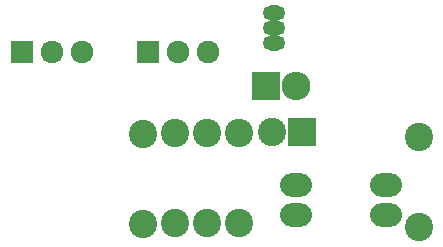
<source format=gbr>
G04 #@! TF.FileFunction,Soldermask,Bot*
%FSLAX46Y46*%
G04 Gerber Fmt 4.6, Leading zero omitted, Abs format (unit mm)*
G04 Created by KiCad (PCBNEW 4.0.4-stable) date 11/28/16 12:37:25*
%MOMM*%
%LPD*%
G01*
G04 APERTURE LIST*
%ADD10C,0.100000*%
%ADD11O,2.700000X2.000000*%
%ADD12C,2.398980*%
%ADD13O,1.901140X1.299160*%
%ADD14C,1.924000*%
%ADD15R,1.924000X1.924000*%
%ADD16R,2.400000X2.400000*%
%ADD17C,2.400000*%
%ADD18R,2.432000X2.432000*%
%ADD19O,2.432000X2.432000*%
G04 APERTURE END LIST*
D10*
D11*
X216750000Y-139800000D03*
X216750000Y-137260000D03*
X209130000Y-137260000D03*
X209130000Y-139800000D03*
D12*
X196200000Y-132900000D03*
X196200000Y-140520000D03*
X219550000Y-140800000D03*
X219550000Y-133180000D03*
X201600000Y-140500000D03*
X201600000Y-132880000D03*
X204300000Y-140500000D03*
X204300000Y-132880000D03*
D13*
X207300000Y-123970000D03*
X207300000Y-125240000D03*
X207300000Y-122700000D03*
D14*
X188500000Y-126000000D03*
X191040000Y-126000000D03*
D15*
X185960000Y-126000000D03*
D14*
X199200000Y-126000000D03*
X201740000Y-126000000D03*
D15*
X196660000Y-126000000D03*
D16*
X209700000Y-132800000D03*
D17*
X207160000Y-132800000D03*
D18*
X206600000Y-128850000D03*
D19*
X209140000Y-128850000D03*
D12*
X198900000Y-140500000D03*
X198900000Y-132880000D03*
M02*

</source>
